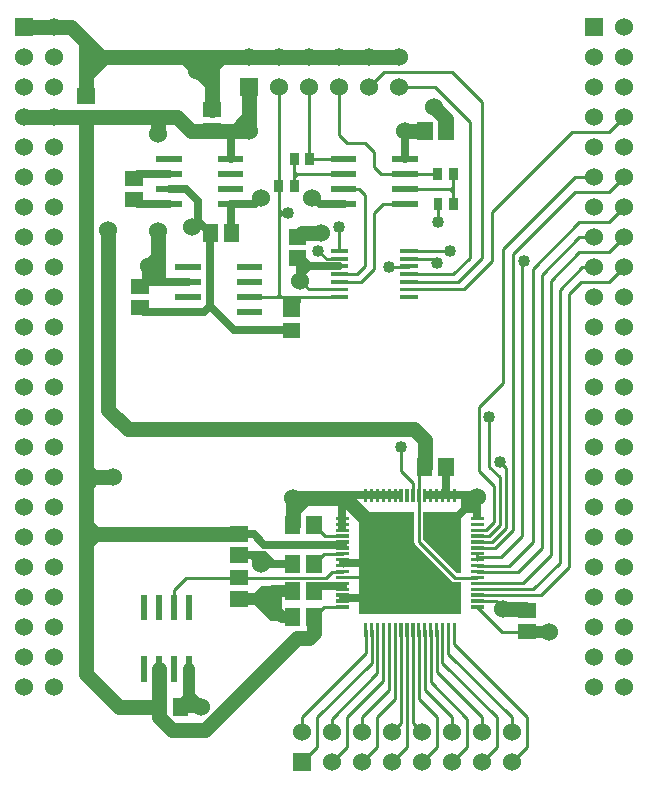
<source format=gbr>
G04 start of page 2 for group 0 idx 0 *
G04 Title: (unknown), top *
G04 Creator: pcb 20140316 *
G04 CreationDate: Tue 10 Mar 2015 16:42:44 GMT UTC *
G04 For: db9052 *
G04 Format: Gerber/RS-274X *
G04 PCB-Dimensions (mil): 2150.00 2800.00 *
G04 PCB-Coordinate-Origin: lower left *
%MOIN*%
%FSLAX25Y25*%
%LNTOP*%
%ADD24C,0.0380*%
%ADD23C,0.0350*%
%ADD22C,0.0200*%
%ADD21R,0.0110X0.0110*%
%ADD20R,0.0295X0.0295*%
%ADD19R,0.0130X0.0130*%
%ADD18R,0.0512X0.0512*%
%ADD17R,0.0200X0.0200*%
%ADD16C,0.0600*%
%ADD15C,0.0250*%
%ADD14C,0.0100*%
%ADD13C,0.0400*%
%ADD12C,0.0500*%
%ADD11C,0.0001*%
G54D11*G36*
X119000Y98500D02*X137452D01*
Y88607D01*
X137447Y88548D01*
X137466Y88313D01*
X137521Y88083D01*
X137611Y87865D01*
X137735Y87664D01*
X137888Y87484D01*
X137933Y87446D01*
X149898Y75481D01*
X149936Y75436D01*
X150116Y75283D01*
X150317Y75159D01*
X150535Y75069D01*
X150765Y75014D01*
X151000Y74995D01*
X151059Y75000D01*
X153000D01*
Y64500D01*
X119000D01*
Y98500D01*
G37*
G36*
X140452D02*X153000D01*
Y78000D01*
X151621D01*
X140452Y89169D01*
Y98500D01*
G37*
G54D12*X7500Y230000D02*X27914D01*
G54D13*X28000Y229914D01*
Y229500D01*
G54D12*Y44500D01*
X7500Y260000D02*X23000D01*
X28000Y255000D01*
Y237000D01*
G54D14*X113565Y78547D02*X110047D01*
X108000Y76500D01*
X113565Y90358D02*X107642D01*
X113565Y84452D02*X107452D01*
X113565Y88389D02*Y86421D01*
Y82484D02*Y80515D01*
X107642Y90358D02*X104000Y94000D01*
G54D15*X84043Y90957D02*X87500Y87500D01*
X113565D01*
X79043Y90957D02*X84043D01*
X83500Y84000D02*X87500D01*
X90500Y81000D01*
G54D14*X113565Y74610D02*Y72641D01*
G54D15*Y69565D02*X120065D01*
X121000Y70500D01*
X113565Y73565D02*X105565D01*
X84000Y69500D02*X87000Y72500D01*
X91000D01*
G54D14*X113565Y76578D02*X119578D01*
X121000Y78000D01*
Y81500D01*
G54D15*X113565D02*X121000D01*
G54D14*X108000Y76500D02*X61500D01*
G54D13*X87500Y69500D02*X79086D01*
X79000Y69414D01*
G54D15*X105565Y73565D02*X104000Y72000D01*
G54D14*X107452Y84452D02*X104000Y81000D01*
G54D15*X79000Y84000D02*X83500D01*
X86500Y81000D01*
X96914D01*
G54D13*Y63500D02*X93500D01*
X87500Y69500D01*
X87750Y69250D02*X90500Y72000D01*
X96914D01*
G54D15*X90000Y63500D02*X94000D01*
X92000Y72000D02*Y63500D01*
G54D14*X113565Y66736D02*X107236D01*
X113565Y70673D02*Y68704D01*
X107236Y66736D02*X104000Y63500D01*
G54D15*X84000Y69500D02*X90000Y63500D01*
G54D12*X114500Y103000D02*X121500Y96000D01*
G54D15*X114500Y104000D02*X113500Y103000D01*
Y93000D02*Y103000D01*
G54D12*X97000D02*X114500D01*
X97000D02*Y94086D01*
Y98500D02*Y99000D01*
Y94086D02*X96914Y94000D01*
G54D15*X132000Y104000D02*X114500D01*
G54D12*X42000Y126000D02*X137500D01*
X141000Y122500D01*
Y113586D01*
X140914Y113500D01*
G54D14*X133047Y103935D02*X131078D01*
G54D12*X97000Y99000D02*X101000Y103000D01*
G54D14*X61500Y76500D02*X57500Y72500D01*
Y66500D01*
G54D12*X79000Y91086D02*X30914D01*
X33914D02*X31086D01*
G54D13*X62500Y46000D02*Y36414D01*
X59586Y33500D01*
X66500D02*X59586D01*
X66000D02*X62500Y37000D01*
G54D12*X52500Y46000D02*Y30000D01*
X56500Y26000D01*
X56750Y25750D02*X67750D01*
X39000Y33500D02*X52500D01*
X67750Y25750D02*X98500Y56500D01*
G54D14*X100000Y30000D02*Y25000D01*
G54D12*X98500Y56500D02*X102500D01*
X104000Y58000D01*
Y63000D01*
X28000Y44500D02*X39000Y33500D01*
X30914Y91086D02*X28000Y94000D01*
X37000Y110000D02*X30500D01*
X28000Y112500D01*
X33500Y110000D02*X30500D01*
X28000Y107500D01*
X31086Y91086D02*X28000Y88000D01*
X35500Y132500D02*X42000Y126000D01*
G54D14*X138952Y103935D02*Y111538D01*
X140914Y113500D01*
X138952Y104048D02*Y88548D01*
X136984Y103935D02*Y108016D01*
X133000Y112000D01*
Y120000D02*Y112000D01*
X82500Y170000D02*X112500D01*
X92264Y170764D02*X91500Y170000D01*
X92264Y170736D02*X93000Y170000D01*
X94000D02*Y168500D01*
X99000D02*Y170000D01*
X94000Y169000D02*X99000D01*
X94000Y168500D02*X96500Y166000D01*
X99000Y168500D01*
G54D15*X96500Y158914D02*X77500D01*
X69457Y166957D01*
G54D14*X112500Y172559D02*X102441D01*
X99500Y175500D01*
G54D15*X100000Y175000D01*
G54D14*X124000Y213500D02*Y218500D01*
X121000Y221500D01*
X115000D01*
X112500Y224000D01*
G54D15*X134500Y216118D02*X134382Y216000D01*
G54D12*X134500Y225500D02*X140957D01*
G54D14*X121000Y180500D02*Y204000D01*
X124000Y179500D02*Y198000D01*
X127000Y201000D01*
X134382D01*
X112500Y177677D02*X118177D01*
X121000Y180500D01*
X112500Y175118D02*X119618D01*
X124000Y179500D01*
X121000Y204000D02*X119000Y206000D01*
X113882D01*
X112500Y185354D02*Y193500D01*
X129000Y180000D02*X135492D01*
X135728Y180236D01*
X135874Y185500D02*X135728Y185354D01*
X92264Y198000D02*X95500D01*
X93500D02*X93264D01*
G54D15*X113882Y201000D02*X106000D01*
X103500Y203500D01*
G54D14*X93264Y198000D02*X92264Y199000D01*
G54D15*X76250Y201000D02*X84500D01*
X86500Y203000D01*
G54D14*X93500Y198000D02*X92264Y196764D01*
G54D12*X98500Y190086D02*X99914Y191500D01*
X106500D01*
G54D15*X112500Y180236D02*X102264D01*
X99500Y183000D01*
Y175500D01*
X100000Y177972D02*X102264Y180236D01*
G54D14*X112500Y182795D02*X108205D01*
G54D15*X100000Y175000D02*Y177972D01*
G54D14*X108205Y182795D02*X105500Y185500D01*
X92264Y170736D02*Y239764D01*
X92500Y240000D01*
X113882Y211000D02*X98500D01*
X97500Y210000D02*Y207118D01*
X97382Y207000D01*
Y207118D02*X97500Y207000D01*
X98500Y211000D02*X97500Y210000D01*
X97382Y216000D02*Y207118D01*
X99000Y211000D02*X98264D01*
X97382Y211882D01*
G54D15*X134500Y225500D02*Y216118D01*
X62000Y175000D02*X47500D01*
X62000Y165000D02*X47500D01*
X46043Y166457D01*
X47500Y175000D02*X46043Y173543D01*
G54D12*X52000Y192000D02*Y176500D01*
X49000Y180500D02*X52000Y183500D01*
X49000Y180500D02*X52000Y177500D01*
X49000Y180500D02*Y176500D01*
X35500Y132500D02*Y192500D01*
G54D15*X69457Y191457D02*Y166957D01*
X63500Y193500D02*X65457Y195457D01*
X69457Y166957D02*X67500Y165000D01*
X62500D01*
X44000Y209543D02*X45457Y211000D01*
X55750D01*
G54D12*X28000Y230000D02*X58500D01*
X52000Y224500D02*Y230000D01*
G54D15*X76500Y191500D02*Y200750D01*
X76250Y201000D01*
X69414Y191500D02*X65500Y195414D01*
Y202000D01*
X61500Y206000D01*
X56000D01*
X76250Y216000D02*Y225250D01*
X76414Y225414D01*
G54D12*X58500Y230000D02*X63000Y225500D01*
X69914D01*
X70000Y225414D01*
X77914D01*
X82500Y230000D01*
Y240000D01*
X76250Y225500D02*X82500D01*
Y240000D01*
X132500Y250000D02*X33000D01*
X27750Y255250D01*
X34000Y250000D02*X28000Y244000D01*
X70000Y232500D02*Y247000D01*
X67000Y250000D01*
X70000Y246500D02*Y247000D01*
X73000Y250000D01*
X65000Y245500D02*Y246000D01*
X61000Y250000D01*
X70000Y241000D01*
G54D14*X127500Y245000D02*X122500Y240000D01*
G54D15*X55750Y201000D02*X45457D01*
X44000Y202457D01*
G54D14*X189000Y171000D02*X193000Y175000D01*
X202500D01*
X207500Y180000D01*
X186000Y172500D02*X193500Y180000D01*
X197500D01*
X183000Y175500D02*X192500Y185000D01*
X163500Y182000D02*X154059Y172559D01*
X192500Y185000D02*X202500D01*
X192500Y190000D02*X197500D01*
X192500Y195000D02*X202500D01*
X191000Y205000D02*X202500D01*
X191000Y210000D02*X197500D01*
X202500Y225000D02*X190000D01*
X202500Y185000D02*X207500Y190000D01*
X202500Y195000D02*X207500Y200000D01*
X202500Y205000D02*X207500Y210000D01*
Y230000D02*X202500Y225000D01*
X180000Y177500D02*X192500Y190000D01*
X177000Y179500D02*X192500Y195000D01*
X170500Y184500D02*X191000Y205000D01*
X167000Y186000D02*X191000Y210000D01*
X190000Y225000D02*X163500Y198500D01*
Y182000D01*
X156000Y183177D02*Y228500D01*
X170500Y184500D02*Y92500D01*
X173500Y182000D02*Y90500D01*
X177000Y179500D02*Y88500D01*
X170500Y92500D02*Y98000D01*
X180000Y177500D02*Y86500D01*
X183000Y175500D02*Y84000D01*
X186000Y172500D02*Y81500D01*
X189000Y171000D02*Y80000D01*
X167000Y141500D02*Y186000D01*
X138952Y88548D02*X151000Y76500D01*
X158356D01*
X158435Y76579D01*
Y82485D02*Y84453D01*
X163500Y88500D02*X158545D01*
X158435Y88390D01*
Y68705D02*X164795D01*
X158435Y72642D02*X177142D01*
X158435Y74611D02*X173611D01*
X158435Y78548D02*X172048D01*
X173611Y74611D02*X183000Y84000D01*
X172048Y78548D02*X180000Y86500D01*
X169016Y80516D02*X177000Y88500D01*
X166435Y83435D02*X173500Y90500D01*
X164422Y86422D02*X170500Y92500D01*
X158435Y80516D02*X169016D01*
X158435Y83435D02*X166435D01*
X158435Y86422D02*X164422D01*
X158435Y92327D02*X161327D01*
X164000Y95000D01*
X158435Y90359D02*X162359D01*
X166000Y94000D01*
X168000Y93000D02*X163500Y88500D01*
G54D15*X142000Y104000D02*X155500D01*
X158500Y101000D01*
X158000Y104000D02*X158500Y103500D01*
X151000Y96000D01*
X154500Y100000D02*Y104000D01*
Y100000D02*X155000Y99500D01*
X158500D01*
X148000Y113500D02*Y104000D01*
X155000D02*X158000D01*
G54D14*X140921Y103935D02*X142889D01*
X177142Y72642D02*X186000Y81500D01*
X179674Y70674D02*X189000Y80000D01*
G54D13*X175000Y58500D02*X182500D01*
G54D14*X166672D02*X174500D01*
X158435Y66737D02*X166672Y58500D01*
X164795Y68705D02*X167000Y66500D01*
X158435Y70674D02*X179674D01*
G54D12*X167000Y66000D02*X174500D01*
G54D15*X158500Y101000D02*Y97000D01*
Y103500D02*Y98500D01*
G54D14*X164000Y95000D02*Y107000D01*
X166000Y94000D02*Y110000D01*
X162500Y113500D01*
X159000Y112000D02*X164000Y107000D01*
X162500Y130000D02*Y113500D01*
X168000Y93000D02*Y113000D01*
X166000Y115000D01*
X159000Y112000D02*Y133500D01*
X167000Y141500D01*
X135016Y59065D02*Y20016D01*
X136985Y59065D02*Y28015D01*
X133048Y59065D02*Y28048D01*
X131079Y59065D02*Y36079D01*
X129111Y59065D02*Y39111D01*
X127142Y59065D02*Y42142D01*
X135016Y20016D02*X130000Y15000D01*
X145000Y30000D02*Y20000D01*
X140000Y15000D01*
X136985Y28015D02*X140000Y25000D01*
X138953Y36047D02*X145000Y30000D01*
X133048Y28048D02*X130000Y25000D01*
X140922Y39078D02*X150000Y30000D01*
X125000D02*Y20000D01*
X120000Y15000D01*
X131079Y36079D02*X125000Y30000D01*
X129111Y39111D02*X120000Y30000D01*
Y25000D01*
X115000Y30000D02*Y20000D01*
X110000Y15000D01*
X105000Y20000D02*X100000Y15000D01*
X127142Y42142D02*X115000Y30000D01*
X125174Y44674D02*X110000Y29500D01*
Y25000D01*
X123205Y48205D02*X105000Y30000D01*
X121237Y51237D02*X100000Y30000D01*
X105000D02*Y20000D01*
X125174Y59065D02*Y44674D01*
X123205Y59065D02*Y48205D01*
X121237Y59065D02*Y51237D01*
X138953Y59065D02*Y36047D01*
X140922Y59065D02*Y39078D01*
X142890Y59065D02*Y41610D01*
X144859Y59065D02*Y45141D01*
X146827Y59065D02*Y48173D01*
X148796Y59065D02*Y51204D01*
X150764Y59065D02*Y54236D01*
X150000Y30000D02*Y25000D01*
X160000Y30000D02*Y25000D01*
X142890Y41610D02*X155000Y29500D01*
X144859Y45141D02*X160000Y30000D01*
X146827Y48173D02*X165000Y30000D01*
X148796Y51204D02*X170000Y30000D01*
X150764Y54236D02*X175000Y30000D01*
X155000Y29500D02*Y20000D01*
X150000Y15000D01*
X165000Y30000D02*Y20000D01*
X160000Y15000D01*
X170000Y30000D02*Y25000D01*
X175000Y30000D02*Y20000D01*
X170000Y15000D01*
X134382Y211000D02*X145264D01*
X134382Y206000D02*X150382D01*
Y211000D01*
X134500D02*X126500D01*
X124000Y213500D01*
X149500Y206000D02*X150382Y206882D01*
X102500Y216000D02*X113882D01*
X102500D02*Y240000D01*
X112500Y224000D02*Y240000D01*
X148000Y245000D02*X127500D01*
X156000Y228500D02*X144500Y240000D01*
G54D12*X144000Y233500D02*X148000Y229500D01*
Y227000D01*
G54D14*X144500Y240000D02*X132500D01*
X160000Y235000D02*X150000Y245000D01*
X147500D01*
X150441Y201000D02*Y205059D01*
X145500Y195000D02*Y200823D01*
X145323Y201000D01*
X150441Y205059D02*X149500Y206000D01*
X150382Y206882D02*X150441Y206823D01*
Y204559D01*
X150500Y177677D02*X156000Y183177D01*
X152000Y175118D02*X160000Y183118D01*
Y235000D01*
X154059Y172559D02*X135728D01*
Y175118D02*X152118D01*
X135728Y177677D02*X150677D01*
X145000Y181500D02*X143705Y182795D01*
X135728D01*
X149500Y185500D02*X135874D01*
G54D16*X7500Y240000D03*
X17500D03*
X7500Y230000D03*
X17500D03*
X7500Y220000D03*
X17500D03*
X7500Y210000D03*
X17500D03*
X7500Y200000D03*
Y190000D03*
Y180000D03*
X17500Y200000D03*
Y190000D03*
Y180000D03*
X7500Y170000D03*
Y160000D03*
Y150000D03*
Y140000D03*
X17500Y170000D03*
Y160000D03*
Y150000D03*
Y140000D03*
X7500Y130000D03*
Y120000D03*
Y110000D03*
X17500Y130000D03*
Y120000D03*
Y110000D03*
Y100000D03*
Y90000D03*
Y80000D03*
X7500Y100000D03*
Y90000D03*
Y80000D03*
Y70000D03*
X17500D03*
X7500Y60000D03*
Y50000D03*
Y40000D03*
X17500Y60000D03*
Y50000D03*
Y40000D03*
X122500Y250000D03*
G54D11*G36*
X4500Y263000D02*Y257000D01*
X10500D01*
Y263000D01*
X4500D01*
G37*
G54D16*X17500Y260000D03*
X7500Y250000D03*
X17500D03*
G54D11*G36*
X194500Y263000D02*Y257000D01*
X200500D01*
Y263000D01*
X194500D01*
G37*
G54D16*X207500Y260000D03*
X197500Y250000D03*
X207500D03*
X102500Y240000D03*
Y250000D03*
X112500Y240000D03*
Y250000D03*
G54D11*G36*
X79500Y243000D02*Y237000D01*
X85500D01*
Y243000D01*
X79500D01*
G37*
G54D16*X82500Y250000D03*
X92500Y240000D03*
Y250000D03*
X122500Y240000D03*
X132500D03*
Y250000D03*
X197500Y240000D03*
X207500D03*
X197500Y230000D03*
X207500D03*
X197500Y220000D03*
X207500D03*
X197500Y210000D03*
X207500D03*
X197500Y200000D03*
X207500D03*
X197500Y190000D03*
Y180000D03*
Y170000D03*
X207500Y190000D03*
Y180000D03*
Y170000D03*
Y160000D03*
Y150000D03*
Y140000D03*
X197500Y160000D03*
Y150000D03*
Y140000D03*
Y130000D03*
X207500D03*
X197500Y120000D03*
Y110000D03*
Y100000D03*
X207500Y120000D03*
Y110000D03*
Y100000D03*
Y90000D03*
Y80000D03*
Y70000D03*
X197500Y90000D03*
Y80000D03*
Y70000D03*
Y60000D03*
X207500D03*
Y50000D03*
Y40000D03*
X197500Y50000D03*
Y40000D03*
G54D11*G36*
X97000Y18000D02*Y12000D01*
X103000D01*
Y18000D01*
X97000D01*
G37*
G54D16*X100000Y25000D03*
X110000Y15000D03*
Y25000D03*
X120000Y15000D03*
Y25000D03*
X130000Y15000D03*
Y25000D03*
X140000D03*
X150000D03*
X160000D03*
X170000D03*
X140000Y15000D03*
X150000D03*
X160000D03*
X170000D03*
G54D17*X58750Y180000D02*X65250D01*
X58750Y175000D02*X65250D01*
X58750Y170000D02*X65250D01*
X58750Y165000D02*X65250D01*
G54D18*X45650Y166457D02*X46436D01*
X45650Y173543D02*X46436D01*
G54D17*X52500Y216000D02*X59000D01*
X73000D02*X79500D01*
G54D18*X27607Y229914D02*X28393D01*
X27607Y237000D02*X28393D01*
G54D17*X52500Y211000D02*X59000D01*
X73000D02*X79500D01*
G54D18*X43607Y209543D02*X44393D01*
G54D17*X52500Y206000D02*X59000D01*
X52500Y201000D02*X59000D01*
X73000D02*X79500D01*
X73000Y206000D02*X79500D01*
G54D18*X43607Y202457D02*X44393D01*
X69414Y191893D02*Y191107D01*
X69607Y225414D02*X70393D01*
X69607Y232500D02*X70393D01*
X76500Y191893D02*Y191107D01*
G54D17*X79250Y165000D02*X85750D01*
X79250Y170000D02*X85750D01*
X79250Y175000D02*X85750D01*
X79250Y180000D02*X85750D01*
G54D18*X98107Y183000D02*X98893D01*
X98107Y190086D02*X98893D01*
G54D19*X110197Y185354D02*X114803D01*
X110197Y182795D02*X114803D01*
X110197Y180236D02*X114803D01*
X110197Y177677D02*X114803D01*
X110197Y175118D02*X114803D01*
X110197Y172559D02*X114803D01*
X110197Y170000D02*X114803D01*
G54D18*X96107Y158914D02*X96893D01*
X96107Y166000D02*X96893D01*
G54D20*X97382Y216492D02*Y215508D01*
X92264Y207492D02*Y206508D01*
X97382Y207492D02*Y206508D01*
X102500Y216492D02*Y215508D01*
G54D17*X110632Y216000D02*X117132D01*
X110632Y211000D02*X117132D01*
X110632Y206000D02*X117132D01*
X110632Y201000D02*X117132D01*
G54D19*X133425Y170000D02*X138031D01*
X133425Y172559D02*X138031D01*
X133425Y175118D02*X138031D01*
X133425Y177677D02*X138031D01*
X133425Y180236D02*X138031D01*
X133425Y182795D02*X138031D01*
X133425Y185354D02*X138031D01*
G54D20*X150441Y201492D02*Y200508D01*
X145323Y201492D02*Y200508D01*
G54D17*X131132Y201000D02*X137632D01*
X131132Y206000D02*X137632D01*
G54D20*X145264Y211492D02*Y210508D01*
G54D17*X131132Y211000D02*X137632D01*
X131132Y216000D02*X137632D01*
G54D20*X150382Y211492D02*Y210508D01*
G54D18*X140957Y225893D02*Y225107D01*
X148043Y225893D02*Y225107D01*
G54D17*X47500Y49250D02*Y42750D01*
X52500Y49250D02*Y42750D01*
X57500Y49250D02*Y42750D01*
X62500Y49250D02*Y42750D01*
G54D18*X59586Y33893D02*Y33107D01*
X52500Y33893D02*Y33107D01*
G54D17*X62500Y69750D02*Y63250D01*
X57500Y69750D02*Y63250D01*
X52500Y69750D02*Y63250D01*
X47500Y69750D02*Y63250D01*
G54D18*X174607Y65586D02*X175393D01*
X174607Y58500D02*X175393D01*
G54D21*X156736Y66737D02*X160134D01*
X156736Y68705D02*X160134D01*
X156736Y70674D02*X160134D01*
X156736Y72642D02*X160134D01*
X156736Y74611D02*X160134D01*
X156736Y76579D02*X160134D01*
X156736Y78548D02*X160134D01*
X156736Y80516D02*X160134D01*
X156736Y82485D02*X160134D01*
X156736Y84453D02*X160134D01*
X156736Y86422D02*X160134D01*
X156736Y88390D02*X160134D01*
X156736Y90359D02*X160134D01*
X156736Y92327D02*X160134D01*
X156736Y94296D02*X160134D01*
X156736Y96264D02*X160134D01*
X150763Y105634D02*Y102236D01*
X148795Y105634D02*Y102236D01*
X146826Y105634D02*Y102236D01*
X144858Y105634D02*Y102236D01*
X142889Y105634D02*Y102236D01*
G54D18*X148000Y113893D02*Y113107D01*
X140914Y113893D02*Y113107D01*
G54D21*X140921Y105634D02*Y102236D01*
X138952Y105634D02*Y102236D01*
X136984Y105634D02*Y102236D01*
X135015Y105634D02*Y102236D01*
X133047Y105634D02*Y102236D01*
X131078Y105634D02*Y102236D01*
X129110Y105634D02*Y102236D01*
X127141Y105634D02*Y102236D01*
X125173Y105634D02*Y102236D01*
X123204Y105634D02*Y102236D01*
X121236Y105634D02*Y102236D01*
X111866Y96263D02*X115264D01*
X111866Y94295D02*X115264D01*
X111866Y92326D02*X115264D01*
X111866Y90358D02*X115264D01*
X111866Y88389D02*X115264D01*
X111866Y86421D02*X115264D01*
X111866Y84452D02*X115264D01*
X111866Y82484D02*X115264D01*
X111866Y80515D02*X115264D01*
X111866Y78547D02*X115264D01*
X111866Y76578D02*X115264D01*
X111866Y74610D02*X115264D01*
G54D18*X104000Y81393D02*Y80607D01*
Y94393D02*Y93607D01*
X96914Y81393D02*Y80607D01*
Y94393D02*Y93607D01*
X78607Y91086D02*X79393D01*
X78607Y84000D02*X79393D01*
X78607Y76500D02*X79393D01*
X104000Y72393D02*Y71607D01*
X96914Y72393D02*Y71607D01*
X78607Y69414D02*X79393D01*
G54D21*X111866Y72641D02*X115264D01*
X111866Y70673D02*X115264D01*
X111866Y68704D02*X115264D01*
X111866Y66736D02*X115264D01*
X121237Y60764D02*Y57366D01*
X123205Y60764D02*Y57366D01*
X125174Y60764D02*Y57366D01*
X127142Y60764D02*Y57366D01*
G54D18*X104000Y63893D02*Y63107D01*
X96914Y63893D02*Y63107D01*
G54D21*X129111Y60764D02*Y57366D01*
X131079Y60764D02*Y57366D01*
X133048Y60764D02*Y57366D01*
X135016Y60764D02*Y57366D01*
X136985Y60764D02*Y57366D01*
X138953Y60764D02*Y57366D01*
X140922Y60764D02*Y57366D01*
X142890Y60764D02*Y57366D01*
X144859Y60764D02*Y57366D01*
X146827Y60764D02*Y57366D01*
X148796Y60764D02*Y57366D01*
X150764Y60764D02*Y57366D01*
G54D13*X174000Y182000D03*
X145500Y195000D03*
X145000Y181500D03*
X149500Y185500D03*
X112500Y193500D03*
X95500Y198000D03*
G54D16*X86500Y203000D03*
X103500D03*
X134500Y225500D03*
X99500Y175500D03*
X106500Y191500D03*
G54D13*X105500Y185500D03*
X129000Y180000D03*
G54D16*X144000Y233500D03*
X66500Y33500D03*
X86500Y81000D03*
G54D13*X162500Y130000D03*
G54D16*X158500Y103500D03*
X167000Y66000D03*
X182500Y58500D03*
G54D13*X133000Y120000D03*
X166000Y115000D03*
G54D16*X88500Y69500D03*
X97000Y103000D03*
X37000Y110000D03*
X82500Y225500D03*
X35500Y192500D03*
X52000Y192000D03*
Y224500D03*
X65000Y245500D03*
X63500Y193500D03*
X49000Y180500D03*
G54D22*G54D23*G54D22*G54D23*G54D22*G54D23*G54D22*G54D23*G54D24*M02*

</source>
